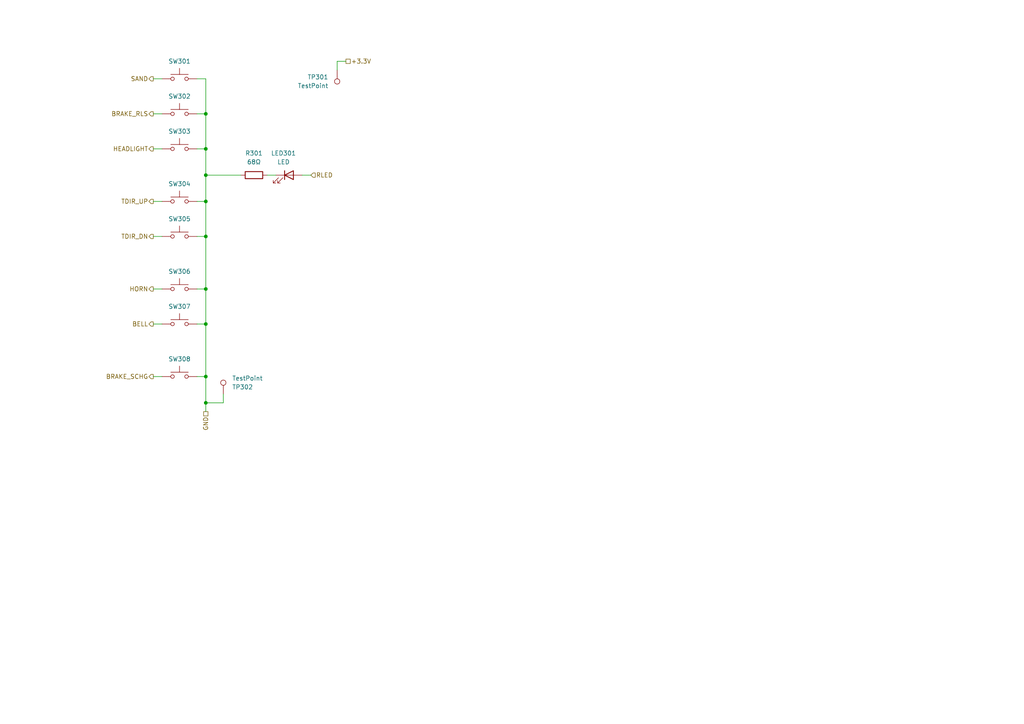
<source format=kicad_sch>
(kicad_sch (version 20231120) (generator "eeschema") (generator_version "8.0")
  (paper "A4")
  (lib_symbols
    (symbol "Connector:TestPoint" (pin_numbers hide) (pin_names (offset 0.762) hide)
      (property "Reference" "TP" (at 0 6.858 0))
      (property "Value" "TestPoint" (at 0 5.08 0))
      (symbol "TestPoint_0_1"
        (circle (center 0 3.302) (radius 0.762))
      )
      (symbol "TestPoint_1_1"
        (pin passive line (at 0 0 90) (length 2.54) (name "1") (number "1"))
      )
    )
    (symbol "Device:LED" (pin_numbers hide) (pin_names (offset 1.016) hide)
      (property "Reference" "D" (at 0 2.54 0))
      (property "Value" "LED" (at 0 -2.54 0))
      (symbol "LED_0_1"
        (polyline (pts (xy -1.27 -1.27) (xy -1.27 1.27)) (stroke (width 0.254)))
        (polyline (pts (xy -1.27 0) (xy 1.27 0)))
        (polyline (pts (xy 1.27 -1.27) (xy 1.27 1.27) (xy -1.27 0) (xy 1.27 -1.27)) (stroke (width 0.254)))
        (polyline (pts (xy -3.048 -0.762) (xy -4.572 -2.286) (xy -3.81 -2.286) (xy -4.572 -2.286) (xy -4.572 -1.524)))
        (polyline (pts (xy -1.778 -0.762) (xy -3.302 -2.286) (xy -2.54 -2.286) (xy -3.302 -2.286) (xy -3.302 -1.524)))
      )
      (symbol "LED_1_1"
        (pin passive line (at -3.81 0 0) (length 2.54) (name "K") (number "1"))
        (pin passive line (at 3.81 0 180) (length 2.54) (name "A") (number "2"))
      )
    )
    (symbol "Device:R" (pin_numbers hide) (pin_names (offset 0))
      (property "Reference" "R" (at 2.032 0 90))
      (property "Value" "R" (at 0 0 90))
      (symbol "R_0_1"
        (rectangle (start -1.016 -2.54) (end 1.016 2.54) (stroke (width 0.254)))
      )
      (symbol "R_1_1"
        (pin passive line (at 0 3.81 270) (length 1.27) (name "~") (number "1"))
        (pin passive line (at 0 -3.81 90) (length 1.27) (name "~") (number "2"))
      )
    )
    (symbol "Switch:SW_Push" (pin_numbers hide) (pin_names (offset 1.016) hide)
      (property "Reference" "SW" (at 1.27 2.54 0))
      (property "Value" "SW_Push" (at 0 -1.524 0))
      (symbol "SW_Push_0_1"
        (circle (center -2.032 0) (radius 0.508))
        (polyline (pts (xy 0 1.27) (xy 0 3.048)))
        (polyline (pts (xy 2.54 1.27) (xy -2.54 1.27)))
        (circle (center 2.032 0) (radius 0.508))
        (pin passive line (at -5.08 0 0) (length 2.54) (name "1") (number "1"))
        (pin passive line (at 5.08 0 180) (length 2.54) (name "2") (number "2"))
      )
    )
  )
  (junction (at 59.69 50.8))
  (junction (at 59.69 43.18))
  (junction (at 59.69 93.98))
  (junction (at 59.69 83.82))
  (junction (at 59.69 116.84))
  (junction (at 59.69 58.42))
  (junction (at 59.69 33.02))
  (junction (at 59.69 68.58))
  (junction (at 59.69 109.22))
  (wire (pts (xy 57.15 43.18) (xy 59.69 43.18)))
  (wire (pts (xy 57.15 22.86) (xy 59.69 22.86)))
  (wire (pts (xy 57.15 109.22) (xy 59.69 109.22)))
  (wire (pts (xy 44.45 33.02) (xy 46.99 33.02)))
  (wire (pts (xy 59.69 109.22) (xy 59.69 116.84)))
  (wire (pts (xy 77.47 50.8) (xy 80.01 50.8)))
  (wire (pts (xy 57.15 93.98) (xy 59.69 93.98)))
  (wire (pts (xy 59.69 43.18) (xy 59.69 50.8)))
  (wire (pts (xy 97.79 17.78) (xy 97.79 20.32)))
  (wire (pts (xy 59.69 33.02) (xy 59.69 43.18)))
  (wire (pts (xy 64.77 114.3) (xy 64.77 116.84)))
  (wire (pts (xy 59.69 116.84) (xy 64.77 116.84)))
  (wire (pts (xy 44.45 22.86) (xy 46.99 22.86)))
  (wire (pts (xy 87.63 50.8) (xy 90.17 50.8)))
  (wire (pts (xy 57.15 33.02) (xy 59.69 33.02)))
  (wire (pts (xy 59.69 58.42) (xy 59.69 68.58)))
  (wire (pts (xy 57.15 58.42) (xy 59.69 58.42)))
  (wire (pts (xy 59.69 93.98) (xy 59.69 109.22)))
  (wire (pts (xy 59.69 83.82) (xy 59.69 93.98)))
  (wire (pts (xy 57.15 83.82) (xy 59.69 83.82)))
  (wire (pts (xy 59.69 50.8) (xy 69.85 50.8)))
  (wire (pts (xy 44.45 58.42) (xy 46.99 58.42)))
  (wire (pts (xy 59.69 22.86) (xy 59.69 33.02)))
  (wire (pts (xy 59.69 50.8) (xy 59.69 58.42)))
  (wire (pts (xy 44.45 43.18) (xy 46.99 43.18)))
  (wire (pts (xy 44.45 109.22) (xy 46.99 109.22)))
  (wire (pts (xy 57.15 68.58) (xy 59.69 68.58)))
  (wire (pts (xy 97.79 17.78) (xy 100.33 17.78)))
  (wire (pts (xy 59.69 116.84) (xy 59.69 119.38)))
  (wire (pts (xy 44.45 93.98) (xy 46.99 93.98)))
  (wire (pts (xy 59.69 68.58) (xy 59.69 83.82)))
  (wire (pts (xy 44.45 83.82) (xy 46.99 83.82)))
  (wire (pts (xy 44.45 68.58) (xy 46.99 68.58)))
  (hierarchical_label "SAND" (shape output) (at 44.45 22.86 180))
  (hierarchical_label "BRAKE_RLS" (shape output) (at 44.45 33.02 180))
  (hierarchical_label "BRAKE_SCHG" (shape output) (at 44.45 109.22 180))
  (hierarchical_label "HORN" (shape output) (at 44.45 83.82 180))
  (hierarchical_label "HEADLIGHT" (shape output) (at 44.45 43.18 180))
  (hierarchical_label "+3.3V" (shape passive) (at 100.33 17.78 0))
  (hierarchical_label "TDIR_UP" (shape output) (at 44.45 58.42 180))
  (hierarchical_label "GND" (shape passive) (at 59.69 119.38 270))
  (hierarchical_label "TDIR_DN" (shape output) (at 44.45 68.58 180))
  (hierarchical_label "RLED" (shape input) (at 90.17 50.8 0))
  (hierarchical_label "BELL" (shape output) (at 44.45 93.98 180))
  (symbol (lib_id "Switch:SW_Push") (at 52.07 68.58 0) (unit 1)
    (property "Reference" "SW305" (at 52.07 63.5 0))
    (property "Value" "SW_Push" (effects (hide yes)))
    (property "Footprint" "Button_Switch_Keyboard:SW_Cherry_MX_1.00u_PCB" (effects (hide yes)))
    (property "Description" "Push button switch, generic, two pins" (effects (hide yes)))
  )
  (symbol (lib_id "Switch:SW_Push") (at 52.07 93.98 0) (unit 1)
    (property "Reference" "SW307" (at 52.07 88.9 0))
    (property "Value" "SW_Push" (effects (hide yes)))
    (property "Footprint" "Button_Switch_Keyboard:SW_Cherry_MX_1.00u_PCB" (effects (hide yes)))
    (property "Description" "Push button switch, generic, two pins" (effects (hide yes)))
  )
  (symbol (lib_id "Connector:TestPoint") (at 64.77 114.3 0) (mirror y) (unit 1)
    (property "Reference" "TP302" (at 67.31 112.2681 0) (effects (justify right)))
    (property "Value" "TestPoint" (at 67.31 109.7281 0) (effects (justify right)))
    (property "Footprint" "TestPoint:TestPoint_Pad_D1.0mm" (effects (hide yes)))
    (property "Description" "test point" (effects (hide yes)))
  )
  (symbol (lib_id "Switch:SW_Push") (at 52.07 22.86 0) (unit 1)
    (property "Reference" "SW301" (at 52.07 17.78 0))
    (property "Value" "SW_Push" (effects (hide yes)))
    (property "Footprint" "Button_Switch_Keyboard:SW_Cherry_MX_1.00u_PCB" (effects (hide yes)))
    (property "Description" "Push button switch, generic, two pins" (effects (hide yes)))
  )
  (symbol (lib_id "Device:LED") (at 83.82 50.8 0) (unit 1)
    (property "Reference" "LED301" (at 82.2325 44.45 0))
    (property "Value" "LED" (at 82.2325 46.99 0))
    (property "Footprint" "LED_SMD:LED_0805_2012Metric" (effects (hide yes)))
    (property "Description" "Light emitting diode" (effects (hide yes)))
    (property "LCSC" "C2296" (effects (hide yes)))
  )
  (symbol (lib_id "Switch:SW_Push") (at 52.07 43.18 0) (unit 1)
    (property "Reference" "SW303" (at 52.07 38.1 0))
    (property "Value" "SW_Push" (effects (hide yes)))
    (property "Footprint" "Button_Switch_Keyboard:SW_Cherry_MX_1.00u_PCB" (effects (hide yes)))
    (property "Description" "Push button switch, generic, two pins" (effects (hide yes)))
  )
  (symbol (lib_id "Device:R") (at 73.66 50.8 90) (unit 1)
    (property "Reference" "R301" (at 73.66 44.45 90))
    (property "Value" "68Ω" (at 73.66 46.99 90))
    (property "Footprint" "Resistor_SMD:R_0805_2012Metric" (effects (hide yes)))
    (property "Description" "Resistor" (effects (hide yes)))
    (property "LCSC" "C17802" (effects (hide yes)))
  )
  (symbol (lib_id "Switch:SW_Push") (at 52.07 58.42 0) (unit 1)
    (property "Reference" "SW304" (at 52.07 53.34 0))
    (property "Value" "SW_Push" (effects (hide yes)))
    (property "Footprint" "Button_Switch_Keyboard:SW_Cherry_MX_1.00u_PCB" (effects (hide yes)))
    (property "Description" "Push button switch, generic, two pins" (effects (hide yes)))
  )
  (symbol (lib_id "Connector:TestPoint") (at 97.79 20.32 0) (mirror x) (unit 1)
    (property "Reference" "TP301" (at 95.25 22.3519 0) (effects (justify right)))
    (property "Value" "TestPoint" (at 95.25 24.8919 0) (effects (justify right)))
    (property "Footprint" "TestPoint:TestPoint_Pad_D1.0mm" (effects (hide yes)))
    (property "Description" "test point" (effects (hide yes)))
  )
  (symbol (lib_id "Switch:SW_Push") (at 52.07 33.02 0) (unit 1)
    (property "Reference" "SW302" (at 52.07 27.94 0))
    (property "Value" "SW_Push" (effects (hide yes)))
    (property "Footprint" "Button_Switch_Keyboard:SW_Cherry_MX_1.00u_PCB" (effects (hide yes)))
    (property "Description" "Push button switch, generic, two pins" (effects (hide yes)))
  )
  (symbol (lib_id "Switch:SW_Push") (at 52.07 109.22 0) (unit 1)
    (property "Reference" "SW308" (at 52.07 104.14 0))
    (property "Value" "SW_Push" (effects (hide yes)))
    (property "Footprint" "Button_Switch_Keyboard:SW_Cherry_MX_1.00u_PCB" (effects (hide yes)))
    (property "Description" "Push button switch, generic, two pins" (effects (hide yes)))
  )
  (symbol (lib_id "Switch:SW_Push") (at 52.07 83.82 0) (unit 1)
    (property "Reference" "SW306" (at 52.07 78.74 0))
    (property "Value" "SW_Push" (effects (hide yes)))
    (property "Footprint" "Button_Switch_Keyboard:SW_Cherry_MX_1.00u_PCB" (effects (hide yes)))
    (property "Description" "Push button switch, generic, two pins" (effects (hide yes)))
  )
)
</source>
